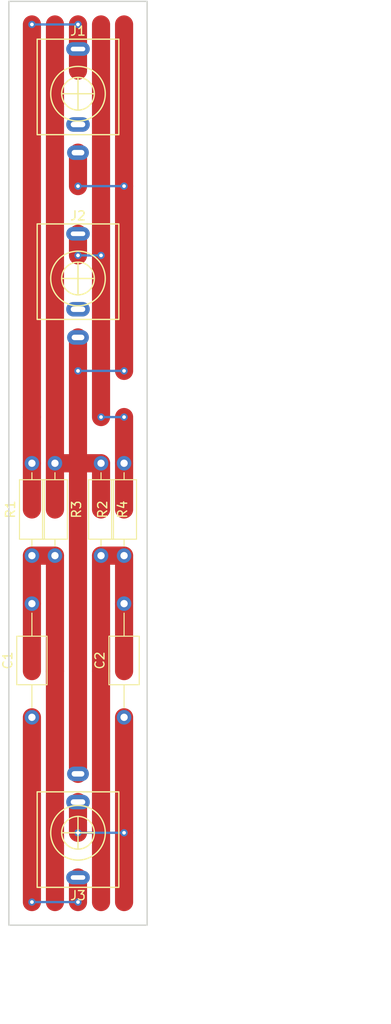
<source format=kicad_pcb>
(kicad_pcb (version 20171130) (host pcbnew "(5.0.0)")

  (general
    (thickness 1.6)
    (drawings 6)
    (tracks 59)
    (zones 0)
    (modules 9)
    (nets 10)
  )

  (page A4)
  (layers
    (0 F.Cu signal)
    (31 B.Cu signal)
    (32 B.Adhes user)
    (33 F.Adhes user)
    (34 B.Paste user)
    (35 F.Paste user)
    (36 B.SilkS user)
    (37 F.SilkS user)
    (38 B.Mask user)
    (39 F.Mask user)
    (40 Dwgs.User user)
    (41 Cmts.User user)
    (42 Eco1.User user)
    (43 Eco2.User user)
    (44 Edge.Cuts user)
    (45 Margin user)
    (46 B.CrtYd user)
    (47 F.CrtYd user)
    (48 B.Fab user)
    (49 F.Fab user)
  )

  (setup
    (last_trace_width 2)
    (user_trace_width 2)
    (trace_clearance 0.2)
    (zone_clearance 0.508)
    (zone_45_only no)
    (trace_min 0.2)
    (segment_width 0.2)
    (edge_width 0.15)
    (via_size 0.8)
    (via_drill 0.4)
    (via_min_size 0.4)
    (via_min_drill 0.3)
    (uvia_size 0.3)
    (uvia_drill 0.1)
    (uvias_allowed no)
    (uvia_min_size 0.2)
    (uvia_min_drill 0.1)
    (pcb_text_width 0.3)
    (pcb_text_size 1.5 1.5)
    (mod_edge_width 0.15)
    (mod_text_size 1 1)
    (mod_text_width 0.15)
    (pad_size 1.524 1.524)
    (pad_drill 0.762)
    (pad_to_mask_clearance 0.2)
    (aux_axis_origin 0 0)
    (visible_elements 7FFFFFFF)
    (pcbplotparams
      (layerselection 0x010fc_ffffffff)
      (usegerberextensions false)
      (usegerberattributes false)
      (usegerberadvancedattributes false)
      (creategerberjobfile false)
      (excludeedgelayer true)
      (linewidth 0.100000)
      (plotframeref false)
      (viasonmask false)
      (mode 1)
      (useauxorigin false)
      (hpglpennumber 1)
      (hpglpenspeed 20)
      (hpglpendiameter 15.000000)
      (psnegative false)
      (psa4output false)
      (plotreference true)
      (plotvalue true)
      (plotinvisibletext false)
      (padsonsilk false)
      (subtractmaskfromsilk false)
      (outputformat 1)
      (mirror false)
      (drillshape 1)
      (scaleselection 1)
      (outputdirectory ""))
  )

  (net 0 "")
  (net 1 "Net-(C1-Pad2)")
  (net 2 "Net-(J1-PadT)")
  (net 3 "Net-(J2-PadT)")
  (net 4 "Net-(C2-Pad2)")
  (net 5 GND)
  (net 6 "Net-(C1-Pad1)")
  (net 7 "Net-(C2-Pad1)")
  (net 8 "Net-(J1-PadTN)")
  (net 9 "Net-(J2-PadTN)")

  (net_class Default "This is the default net class."
    (clearance 0.2)
    (trace_width 0.25)
    (via_dia 0.8)
    (via_drill 0.4)
    (uvia_dia 0.3)
    (uvia_drill 0.1)
    (add_net GND)
    (add_net "Net-(C1-Pad1)")
    (add_net "Net-(C1-Pad2)")
    (add_net "Net-(C2-Pad1)")
    (add_net "Net-(C2-Pad2)")
    (add_net "Net-(J1-PadT)")
    (add_net "Net-(J1-PadTN)")
    (add_net "Net-(J2-PadT)")
    (add_net "Net-(J2-PadTN)")
  )

  (module Local:PJ366ST (layer F.Cu) (tedit 5B6ADA4E) (tstamp 5B8328B1)
    (at 76.2 157.48 180)
    (path /5B6ACF7F)
    (fp_text reference J3 (at 0 -6.9 180) (layer F.SilkS)
      (effects (font (size 1 1) (thickness 0.15)))
    )
    (fp_text value "Line Out" (at 0.03 -3.09 180) (layer F.Fab)
      (effects (font (size 1 1) (thickness 0.15)))
    )
    (fp_circle (center 0 0) (end 1.8 0) (layer F.SilkS) (width 0.15))
    (fp_circle (center 0 0) (end 3 0.2) (layer F.SilkS) (width 0.15))
    (fp_line (start -4.5 -6) (end -4.5 4.5) (layer F.SilkS) (width 0.15))
    (fp_line (start 4.5 -6) (end -4.5 -6) (layer F.SilkS) (width 0.15))
    (fp_line (start 4.5 4.5) (end 4.5 -6) (layer F.SilkS) (width 0.15))
    (fp_line (start -4.5 4.5) (end 4.5 4.5) (layer F.SilkS) (width 0.15))
    (fp_line (start 0 -1.8) (end 0 1.8) (layer F.SilkS) (width 0.15))
    (fp_line (start 1.8 0) (end -1.8 0) (layer F.SilkS) (width 0.15))
    (pad T thru_hole oval (at 0 -4.92 180) (size 2.6 1.5) (drill oval 1.6 0.5) (layers *.Cu *.Mask)
      (net 6 "Net-(C1-Pad1)"))
    (pad S thru_hole oval (at 0 6.48 180) (size 2.4 1.6) (drill oval 1.4 0.6) (layers *.Cu *.Mask)
      (net 5 GND))
    (pad R thru_hole oval (at 0 3.38 180) (size 2.6 1.6) (drill oval 1.6 0.6) (layers *.Cu *.Mask)
      (net 7 "Net-(C2-Pad1)"))
  )

  (module Local:PJ398SM (layer F.Cu) (tedit 5B6AD771) (tstamp 5B8326D1)
    (at 76.2 96.52)
    (path /5B6AE096)
    (fp_text reference J2 (at 0 -6.9) (layer F.SilkS)
      (effects (font (size 1 1) (thickness 0.15)))
    )
    (fp_text value Right (at 0.03 -3.09) (layer F.Fab)
      (effects (font (size 1 1) (thickness 0.15)))
    )
    (fp_circle (center 0 0) (end 1.8 0) (layer F.SilkS) (width 0.15))
    (fp_circle (center 0 0) (end 3 0.2) (layer F.SilkS) (width 0.15))
    (fp_line (start -4.5 -6) (end -4.5 4.5) (layer F.SilkS) (width 0.15))
    (fp_line (start 4.5 -6) (end -4.5 -6) (layer F.SilkS) (width 0.15))
    (fp_line (start 4.5 4.5) (end 4.5 -6) (layer F.SilkS) (width 0.15))
    (fp_line (start -4.5 4.5) (end 4.5 4.5) (layer F.SilkS) (width 0.15))
    (fp_line (start 0 -1.8) (end 0 1.8) (layer F.SilkS) (width 0.15))
    (fp_line (start 1.8 0) (end -1.8 0) (layer F.SilkS) (width 0.15))
    (pad T thru_hole oval (at 0 -4.92) (size 2.6 1.5) (drill oval 1.6 0.5) (layers *.Cu *.Mask)
      (net 3 "Net-(J2-PadT)"))
    (pad S thru_hole oval (at 0 6.48) (size 2.4 1.6) (drill oval 1.4 0.6) (layers *.Cu *.Mask)
      (net 5 GND))
    (pad TN thru_hole oval (at 0 3.38) (size 2.6 1.6) (drill oval 1.6 0.6) (layers *.Cu *.Mask)
      (net 9 "Net-(J2-PadTN)"))
  )

  (module Local:PJ398SM locked (layer F.Cu) (tedit 5B6AD771) (tstamp 5B8326FB)
    (at 76.2 76.2)
    (path /5B6ACE65)
    (fp_text reference J1 (at 0 -6.9) (layer F.SilkS)
      (effects (font (size 1 1) (thickness 0.15)))
    )
    (fp_text value Left (at 0.03 -3.09) (layer F.Fab)
      (effects (font (size 1 1) (thickness 0.15)))
    )
    (fp_line (start 1.8 0) (end -1.8 0) (layer F.SilkS) (width 0.15))
    (fp_line (start 0 -1.8) (end 0 1.8) (layer F.SilkS) (width 0.15))
    (fp_line (start -4.5 4.5) (end 4.5 4.5) (layer F.SilkS) (width 0.15))
    (fp_line (start 4.5 4.5) (end 4.5 -6) (layer F.SilkS) (width 0.15))
    (fp_line (start 4.5 -6) (end -4.5 -6) (layer F.SilkS) (width 0.15))
    (fp_line (start -4.5 -6) (end -4.5 4.5) (layer F.SilkS) (width 0.15))
    (fp_circle (center 0 0) (end 3 0.2) (layer F.SilkS) (width 0.15))
    (fp_circle (center 0 0) (end 1.8 0) (layer F.SilkS) (width 0.15))
    (pad TN thru_hole oval (at 0 3.38) (size 2.6 1.6) (drill oval 1.6 0.6) (layers *.Cu *.Mask)
      (net 8 "Net-(J1-PadTN)"))
    (pad S thru_hole oval (at 0 6.48) (size 2.4 1.6) (drill oval 1.4 0.6) (layers *.Cu *.Mask)
      (net 5 GND))
    (pad T thru_hole oval (at 0 -4.92) (size 2.6 1.5) (drill oval 1.6 0.5) (layers *.Cu *.Mask)
      (net 2 "Net-(J1-PadT)"))
  )

  (module Capacitor_THT:C_Axial_L5.1mm_D3.1mm_P12.50mm_Horizontal (layer F.Cu) (tedit 5AE50EF0) (tstamp 5B832877)
    (at 81.28 144.78 90)
    (descr "C, Axial series, Axial, Horizontal, pin pitch=12.5mm, , length*diameter=5.1*3.1mm^2, http://www.vishay.com/docs/45231/arseries.pdf")
    (tags "C Axial series Axial Horizontal pin pitch 12.5mm  length 5.1mm diameter 3.1mm")
    (path /5B6AE0A5)
    (fp_text reference C2 (at 6.25 -2.67 90) (layer F.SilkS)
      (effects (font (size 1 1) (thickness 0.15)))
    )
    (fp_text value 1u (at 6.25 2.67 90) (layer F.Fab)
      (effects (font (size 1 1) (thickness 0.15)))
    )
    (fp_text user %R (at 6.25 0 90) (layer F.Fab)
      (effects (font (size 1 1) (thickness 0.15)))
    )
    (fp_line (start 13.55 -1.8) (end -1.05 -1.8) (layer F.CrtYd) (width 0.05))
    (fp_line (start 13.55 1.8) (end 13.55 -1.8) (layer F.CrtYd) (width 0.05))
    (fp_line (start -1.05 1.8) (end 13.55 1.8) (layer F.CrtYd) (width 0.05))
    (fp_line (start -1.05 -1.8) (end -1.05 1.8) (layer F.CrtYd) (width 0.05))
    (fp_line (start 11.46 0) (end 8.92 0) (layer F.SilkS) (width 0.12))
    (fp_line (start 1.04 0) (end 3.58 0) (layer F.SilkS) (width 0.12))
    (fp_line (start 8.92 -1.67) (end 3.58 -1.67) (layer F.SilkS) (width 0.12))
    (fp_line (start 8.92 1.67) (end 8.92 -1.67) (layer F.SilkS) (width 0.12))
    (fp_line (start 3.58 1.67) (end 8.92 1.67) (layer F.SilkS) (width 0.12))
    (fp_line (start 3.58 -1.67) (end 3.58 1.67) (layer F.SilkS) (width 0.12))
    (fp_line (start 12.5 0) (end 8.8 0) (layer F.Fab) (width 0.1))
    (fp_line (start 0 0) (end 3.7 0) (layer F.Fab) (width 0.1))
    (fp_line (start 8.8 -1.55) (end 3.7 -1.55) (layer F.Fab) (width 0.1))
    (fp_line (start 8.8 1.55) (end 8.8 -1.55) (layer F.Fab) (width 0.1))
    (fp_line (start 3.7 1.55) (end 8.8 1.55) (layer F.Fab) (width 0.1))
    (fp_line (start 3.7 -1.55) (end 3.7 1.55) (layer F.Fab) (width 0.1))
    (pad 2 thru_hole oval (at 12.5 0 90) (size 1.6 1.6) (drill 0.8) (layers *.Cu *.Mask)
      (net 4 "Net-(C2-Pad2)"))
    (pad 1 thru_hole circle (at 0 0 90) (size 1.6 1.6) (drill 0.8) (layers *.Cu *.Mask)
      (net 7 "Net-(C2-Pad1)"))
    (model ${KISYS3DMOD}/Capacitor_THT.3dshapes/C_Axial_L5.1mm_D3.1mm_P12.50mm_Horizontal.wrl
      (at (xyz 0 0 0))
      (scale (xyz 1 1 1))
      (rotate (xyz 0 0 0))
    )
  )

  (module Capacitor_THT:C_Axial_L5.1mm_D3.1mm_P12.50mm_Horizontal (layer F.Cu) (tedit 5AE50EF0) (tstamp 5B832835)
    (at 71.12 144.78 90)
    (descr "C, Axial series, Axial, Horizontal, pin pitch=12.5mm, , length*diameter=5.1*3.1mm^2, http://www.vishay.com/docs/45231/arseries.pdf")
    (tags "C Axial series Axial Horizontal pin pitch 12.5mm  length 5.1mm diameter 3.1mm")
    (path /5B6AD2E0)
    (fp_text reference C1 (at 6.25 -2.67 90) (layer F.SilkS)
      (effects (font (size 1 1) (thickness 0.15)))
    )
    (fp_text value 1u (at 6.25 2.67 90) (layer F.Fab)
      (effects (font (size 1 1) (thickness 0.15)))
    )
    (fp_line (start 3.7 -1.55) (end 3.7 1.55) (layer F.Fab) (width 0.1))
    (fp_line (start 3.7 1.55) (end 8.8 1.55) (layer F.Fab) (width 0.1))
    (fp_line (start 8.8 1.55) (end 8.8 -1.55) (layer F.Fab) (width 0.1))
    (fp_line (start 8.8 -1.55) (end 3.7 -1.55) (layer F.Fab) (width 0.1))
    (fp_line (start 0 0) (end 3.7 0) (layer F.Fab) (width 0.1))
    (fp_line (start 12.5 0) (end 8.8 0) (layer F.Fab) (width 0.1))
    (fp_line (start 3.58 -1.67) (end 3.58 1.67) (layer F.SilkS) (width 0.12))
    (fp_line (start 3.58 1.67) (end 8.92 1.67) (layer F.SilkS) (width 0.12))
    (fp_line (start 8.92 1.67) (end 8.92 -1.67) (layer F.SilkS) (width 0.12))
    (fp_line (start 8.92 -1.67) (end 3.58 -1.67) (layer F.SilkS) (width 0.12))
    (fp_line (start 1.04 0) (end 3.58 0) (layer F.SilkS) (width 0.12))
    (fp_line (start 11.46 0) (end 8.92 0) (layer F.SilkS) (width 0.12))
    (fp_line (start -1.05 -1.8) (end -1.05 1.8) (layer F.CrtYd) (width 0.05))
    (fp_line (start -1.05 1.8) (end 13.55 1.8) (layer F.CrtYd) (width 0.05))
    (fp_line (start 13.55 1.8) (end 13.55 -1.8) (layer F.CrtYd) (width 0.05))
    (fp_line (start 13.55 -1.8) (end -1.05 -1.8) (layer F.CrtYd) (width 0.05))
    (fp_text user %R (at 6.25 0 90) (layer F.Fab)
      (effects (font (size 1 1) (thickness 0.15)))
    )
    (pad 1 thru_hole circle (at 0 0 90) (size 1.6 1.6) (drill 0.8) (layers *.Cu *.Mask)
      (net 6 "Net-(C1-Pad1)"))
    (pad 2 thru_hole oval (at 12.5 0 90) (size 1.6 1.6) (drill 0.8) (layers *.Cu *.Mask)
      (net 1 "Net-(C1-Pad2)"))
    (model ${KISYS3DMOD}/Capacitor_THT.3dshapes/C_Axial_L5.1mm_D3.1mm_P12.50mm_Horizontal.wrl
      (at (xyz 0 0 0))
      (scale (xyz 1 1 1))
      (rotate (xyz 0 0 0))
    )
  )

  (module Resistor_THT:R_Axial_DIN0207_L6.3mm_D2.5mm_P10.16mm_Horizontal (layer F.Cu) (tedit 5AE5139B) (tstamp 5B8327F3)
    (at 78.74 116.84 270)
    (descr "Resistor, Axial_DIN0207 series, Axial, Horizontal, pin pitch=10.16mm, 0.25W = 1/4W, length*diameter=6.3*2.5mm^2, http://cdn-reichelt.de/documents/datenblatt/B400/1_4W%23YAG.pdf")
    (tags "Resistor Axial_DIN0207 series Axial Horizontal pin pitch 10.16mm 0.25W = 1/4W length 6.3mm diameter 2.5mm")
    (path /5B6AE0B3)
    (fp_text reference R4 (at 5.08 -2.37 270) (layer F.SilkS)
      (effects (font (size 1 1) (thickness 0.15)))
    )
    (fp_text value 1k (at 5.08 2.37 270) (layer F.Fab)
      (effects (font (size 1 1) (thickness 0.15)))
    )
    (fp_text user %R (at 5.08 0 270) (layer F.Fab)
      (effects (font (size 1 1) (thickness 0.15)))
    )
    (fp_line (start 11.21 -1.5) (end -1.05 -1.5) (layer F.CrtYd) (width 0.05))
    (fp_line (start 11.21 1.5) (end 11.21 -1.5) (layer F.CrtYd) (width 0.05))
    (fp_line (start -1.05 1.5) (end 11.21 1.5) (layer F.CrtYd) (width 0.05))
    (fp_line (start -1.05 -1.5) (end -1.05 1.5) (layer F.CrtYd) (width 0.05))
    (fp_line (start 9.12 0) (end 8.35 0) (layer F.SilkS) (width 0.12))
    (fp_line (start 1.04 0) (end 1.81 0) (layer F.SilkS) (width 0.12))
    (fp_line (start 8.35 -1.37) (end 1.81 -1.37) (layer F.SilkS) (width 0.12))
    (fp_line (start 8.35 1.37) (end 8.35 -1.37) (layer F.SilkS) (width 0.12))
    (fp_line (start 1.81 1.37) (end 8.35 1.37) (layer F.SilkS) (width 0.12))
    (fp_line (start 1.81 -1.37) (end 1.81 1.37) (layer F.SilkS) (width 0.12))
    (fp_line (start 10.16 0) (end 8.23 0) (layer F.Fab) (width 0.1))
    (fp_line (start 0 0) (end 1.93 0) (layer F.Fab) (width 0.1))
    (fp_line (start 8.23 -1.25) (end 1.93 -1.25) (layer F.Fab) (width 0.1))
    (fp_line (start 8.23 1.25) (end 8.23 -1.25) (layer F.Fab) (width 0.1))
    (fp_line (start 1.93 1.25) (end 8.23 1.25) (layer F.Fab) (width 0.1))
    (fp_line (start 1.93 -1.25) (end 1.93 1.25) (layer F.Fab) (width 0.1))
    (pad 2 thru_hole oval (at 10.16 0 270) (size 1.6 1.6) (drill 0.8) (layers *.Cu *.Mask)
      (net 4 "Net-(C2-Pad2)"))
    (pad 1 thru_hole circle (at 0 0 270) (size 1.6 1.6) (drill 0.8) (layers *.Cu *.Mask)
      (net 5 GND))
    (model ${KISYS3DMOD}/Resistor_THT.3dshapes/R_Axial_DIN0207_L6.3mm_D2.5mm_P10.16mm_Horizontal.wrl
      (at (xyz 0 0 0))
      (scale (xyz 1 1 1))
      (rotate (xyz 0 0 0))
    )
  )

  (module Resistor_THT:R_Axial_DIN0207_L6.3mm_D2.5mm_P10.16mm_Horizontal (layer F.Cu) (tedit 5AE5139B) (tstamp 5B8327B1)
    (at 73.66 116.84 270)
    (descr "Resistor, Axial_DIN0207 series, Axial, Horizontal, pin pitch=10.16mm, 0.25W = 1/4W, length*diameter=6.3*2.5mm^2, http://cdn-reichelt.de/documents/datenblatt/B400/1_4W%23YAG.pdf")
    (tags "Resistor Axial_DIN0207 series Axial Horizontal pin pitch 10.16mm 0.25W = 1/4W length 6.3mm diameter 2.5mm")
    (path /5B6AD480)
    (fp_text reference R3 (at 5.08 -2.37 270) (layer F.SilkS)
      (effects (font (size 1 1) (thickness 0.15)))
    )
    (fp_text value 1k (at 5.08 2.37 270) (layer F.Fab)
      (effects (font (size 1 1) (thickness 0.15)))
    )
    (fp_line (start 1.93 -1.25) (end 1.93 1.25) (layer F.Fab) (width 0.1))
    (fp_line (start 1.93 1.25) (end 8.23 1.25) (layer F.Fab) (width 0.1))
    (fp_line (start 8.23 1.25) (end 8.23 -1.25) (layer F.Fab) (width 0.1))
    (fp_line (start 8.23 -1.25) (end 1.93 -1.25) (layer F.Fab) (width 0.1))
    (fp_line (start 0 0) (end 1.93 0) (layer F.Fab) (width 0.1))
    (fp_line (start 10.16 0) (end 8.23 0) (layer F.Fab) (width 0.1))
    (fp_line (start 1.81 -1.37) (end 1.81 1.37) (layer F.SilkS) (width 0.12))
    (fp_line (start 1.81 1.37) (end 8.35 1.37) (layer F.SilkS) (width 0.12))
    (fp_line (start 8.35 1.37) (end 8.35 -1.37) (layer F.SilkS) (width 0.12))
    (fp_line (start 8.35 -1.37) (end 1.81 -1.37) (layer F.SilkS) (width 0.12))
    (fp_line (start 1.04 0) (end 1.81 0) (layer F.SilkS) (width 0.12))
    (fp_line (start 9.12 0) (end 8.35 0) (layer F.SilkS) (width 0.12))
    (fp_line (start -1.05 -1.5) (end -1.05 1.5) (layer F.CrtYd) (width 0.05))
    (fp_line (start -1.05 1.5) (end 11.21 1.5) (layer F.CrtYd) (width 0.05))
    (fp_line (start 11.21 1.5) (end 11.21 -1.5) (layer F.CrtYd) (width 0.05))
    (fp_line (start 11.21 -1.5) (end -1.05 -1.5) (layer F.CrtYd) (width 0.05))
    (fp_text user %R (at 5.08 0 270) (layer F.Fab)
      (effects (font (size 1 1) (thickness 0.15)))
    )
    (pad 1 thru_hole circle (at 0 0 270) (size 1.6 1.6) (drill 0.8) (layers *.Cu *.Mask)
      (net 5 GND))
    (pad 2 thru_hole oval (at 10.16 0 270) (size 1.6 1.6) (drill 0.8) (layers *.Cu *.Mask)
      (net 1 "Net-(C1-Pad2)"))
    (model ${KISYS3DMOD}/Resistor_THT.3dshapes/R_Axial_DIN0207_L6.3mm_D2.5mm_P10.16mm_Horizontal.wrl
      (at (xyz 0 0 0))
      (scale (xyz 1 1 1))
      (rotate (xyz 0 0 0))
    )
  )

  (module Resistor_THT:R_Axial_DIN0207_L6.3mm_D2.5mm_P10.16mm_Horizontal (layer F.Cu) (tedit 5AE5139B) (tstamp 5B83276F)
    (at 81.28 127 90)
    (descr "Resistor, Axial_DIN0207 series, Axial, Horizontal, pin pitch=10.16mm, 0.25W = 1/4W, length*diameter=6.3*2.5mm^2, http://cdn-reichelt.de/documents/datenblatt/B400/1_4W%23YAG.pdf")
    (tags "Resistor Axial_DIN0207 series Axial Horizontal pin pitch 10.16mm 0.25W = 1/4W length 6.3mm diameter 2.5mm")
    (path /5B6AE0AC)
    (fp_text reference R2 (at 5.08 -2.37 90) (layer F.SilkS)
      (effects (font (size 1 1) (thickness 0.15)))
    )
    (fp_text value 10k (at 5.08 2.37 90) (layer F.Fab)
      (effects (font (size 1 1) (thickness 0.15)))
    )
    (fp_text user %R (at 5.08 0 90) (layer F.Fab)
      (effects (font (size 1 1) (thickness 0.15)))
    )
    (fp_line (start 11.21 -1.5) (end -1.05 -1.5) (layer F.CrtYd) (width 0.05))
    (fp_line (start 11.21 1.5) (end 11.21 -1.5) (layer F.CrtYd) (width 0.05))
    (fp_line (start -1.05 1.5) (end 11.21 1.5) (layer F.CrtYd) (width 0.05))
    (fp_line (start -1.05 -1.5) (end -1.05 1.5) (layer F.CrtYd) (width 0.05))
    (fp_line (start 9.12 0) (end 8.35 0) (layer F.SilkS) (width 0.12))
    (fp_line (start 1.04 0) (end 1.81 0) (layer F.SilkS) (width 0.12))
    (fp_line (start 8.35 -1.37) (end 1.81 -1.37) (layer F.SilkS) (width 0.12))
    (fp_line (start 8.35 1.37) (end 8.35 -1.37) (layer F.SilkS) (width 0.12))
    (fp_line (start 1.81 1.37) (end 8.35 1.37) (layer F.SilkS) (width 0.12))
    (fp_line (start 1.81 -1.37) (end 1.81 1.37) (layer F.SilkS) (width 0.12))
    (fp_line (start 10.16 0) (end 8.23 0) (layer F.Fab) (width 0.1))
    (fp_line (start 0 0) (end 1.93 0) (layer F.Fab) (width 0.1))
    (fp_line (start 8.23 -1.25) (end 1.93 -1.25) (layer F.Fab) (width 0.1))
    (fp_line (start 8.23 1.25) (end 8.23 -1.25) (layer F.Fab) (width 0.1))
    (fp_line (start 1.93 1.25) (end 8.23 1.25) (layer F.Fab) (width 0.1))
    (fp_line (start 1.93 -1.25) (end 1.93 1.25) (layer F.Fab) (width 0.1))
    (pad 2 thru_hole oval (at 10.16 0 90) (size 1.6 1.6) (drill 0.8) (layers *.Cu *.Mask)
      (net 3 "Net-(J2-PadT)"))
    (pad 1 thru_hole circle (at 0 0 90) (size 1.6 1.6) (drill 0.8) (layers *.Cu *.Mask)
      (net 4 "Net-(C2-Pad2)"))
    (model ${KISYS3DMOD}/Resistor_THT.3dshapes/R_Axial_DIN0207_L6.3mm_D2.5mm_P10.16mm_Horizontal.wrl
      (at (xyz 0 0 0))
      (scale (xyz 1 1 1))
      (rotate (xyz 0 0 0))
    )
  )

  (module Resistor_THT:R_Axial_DIN0207_L6.3mm_D2.5mm_P10.16mm_Horizontal (layer F.Cu) (tedit 5AE5139B) (tstamp 5B83272D)
    (at 71.12 127 90)
    (descr "Resistor, Axial_DIN0207 series, Axial, Horizontal, pin pitch=10.16mm, 0.25W = 1/4W, length*diameter=6.3*2.5mm^2, http://cdn-reichelt.de/documents/datenblatt/B400/1_4W%23YAG.pdf")
    (tags "Resistor Axial_DIN0207 series Axial Horizontal pin pitch 10.16mm 0.25W = 1/4W length 6.3mm diameter 2.5mm")
    (path /5B6AD401)
    (fp_text reference R1 (at 5.08 -2.37 90) (layer F.SilkS)
      (effects (font (size 1 1) (thickness 0.15)))
    )
    (fp_text value 10k (at 5.08 2.37 90) (layer F.Fab)
      (effects (font (size 1 1) (thickness 0.15)))
    )
    (fp_line (start 1.93 -1.25) (end 1.93 1.25) (layer F.Fab) (width 0.1))
    (fp_line (start 1.93 1.25) (end 8.23 1.25) (layer F.Fab) (width 0.1))
    (fp_line (start 8.23 1.25) (end 8.23 -1.25) (layer F.Fab) (width 0.1))
    (fp_line (start 8.23 -1.25) (end 1.93 -1.25) (layer F.Fab) (width 0.1))
    (fp_line (start 0 0) (end 1.93 0) (layer F.Fab) (width 0.1))
    (fp_line (start 10.16 0) (end 8.23 0) (layer F.Fab) (width 0.1))
    (fp_line (start 1.81 -1.37) (end 1.81 1.37) (layer F.SilkS) (width 0.12))
    (fp_line (start 1.81 1.37) (end 8.35 1.37) (layer F.SilkS) (width 0.12))
    (fp_line (start 8.35 1.37) (end 8.35 -1.37) (layer F.SilkS) (width 0.12))
    (fp_line (start 8.35 -1.37) (end 1.81 -1.37) (layer F.SilkS) (width 0.12))
    (fp_line (start 1.04 0) (end 1.81 0) (layer F.SilkS) (width 0.12))
    (fp_line (start 9.12 0) (end 8.35 0) (layer F.SilkS) (width 0.12))
    (fp_line (start -1.05 -1.5) (end -1.05 1.5) (layer F.CrtYd) (width 0.05))
    (fp_line (start -1.05 1.5) (end 11.21 1.5) (layer F.CrtYd) (width 0.05))
    (fp_line (start 11.21 1.5) (end 11.21 -1.5) (layer F.CrtYd) (width 0.05))
    (fp_line (start 11.21 -1.5) (end -1.05 -1.5) (layer F.CrtYd) (width 0.05))
    (fp_text user %R (at 5.08 0 90) (layer F.Fab)
      (effects (font (size 1 1) (thickness 0.15)))
    )
    (pad 1 thru_hole circle (at 0 0 90) (size 1.6 1.6) (drill 0.8) (layers *.Cu *.Mask)
      (net 1 "Net-(C1-Pad2)"))
    (pad 2 thru_hole oval (at 10.16 0 90) (size 1.6 1.6) (drill 0.8) (layers *.Cu *.Mask)
      (net 2 "Net-(J1-PadT)"))
    (model ${KISYS3DMOD}/Resistor_THT.3dshapes/R_Axial_DIN0207_L6.3mm_D2.5mm_P10.16mm_Horizontal.wrl
      (at (xyz 0 0 0))
      (scale (xyz 1 1 1))
      (rotate (xyz 0 0 0))
    )
  )

  (dimension 15.24 (width 0.3) (layer Dwgs.User)
    (gr_text "15.240 mm" (at 76.2 179.9) (layer Dwgs.User)
      (effects (font (size 1.5 1.5) (thickness 0.3)))
    )
    (feature1 (pts (xy 83.82 167.64) (xy 83.82 178.386421)))
    (feature2 (pts (xy 68.58 167.64) (xy 68.58 178.386421)))
    (crossbar (pts (xy 68.58 177.8) (xy 83.82 177.8)))
    (arrow1a (pts (xy 83.82 177.8) (xy 82.693496 178.386421)))
    (arrow1b (pts (xy 83.82 177.8) (xy 82.693496 177.213579)))
    (arrow2a (pts (xy 68.58 177.8) (xy 69.706504 178.386421)))
    (arrow2b (pts (xy 68.58 177.8) (xy 69.706504 177.213579)))
  )
  (dimension 101.6 (width 0.3) (layer Dwgs.User)
    (gr_text "101.600 mm" (at 108.78 116.84 270) (layer Dwgs.User)
      (effects (font (size 1.5 1.5) (thickness 0.3)))
    )
    (feature1 (pts (xy 83.82 167.64) (xy 107.266421 167.64)))
    (feature2 (pts (xy 83.82 66.04) (xy 107.266421 66.04)))
    (crossbar (pts (xy 106.68 66.04) (xy 106.68 167.64)))
    (arrow1a (pts (xy 106.68 167.64) (xy 106.093579 166.513496)))
    (arrow1b (pts (xy 106.68 167.64) (xy 107.266421 166.513496)))
    (arrow2a (pts (xy 106.68 66.04) (xy 106.093579 67.166504)))
    (arrow2b (pts (xy 106.68 66.04) (xy 107.266421 67.166504)))
  )
  (gr_line (start 68.58 66.04) (end 83.82 66.04) (layer Edge.Cuts) (width 0.15))
  (gr_line (start 68.58 167.64) (end 68.58 66.04) (layer Edge.Cuts) (width 0.15))
  (gr_line (start 83.82 167.64) (end 68.58 167.64) (layer Edge.Cuts) (width 0.15))
  (gr_line (start 83.82 66.04) (end 83.82 167.64) (layer Edge.Cuts) (width 0.15))

  (segment (start 71.12 127) (end 71.12 132.28) (width 2) (layer F.Cu) (net 1))
  (segment (start 71.12 127) (end 73.66 127) (width 2) (layer F.Cu) (net 1))
  (segment (start 71.12 132.28) (end 71.12 139.7) (width 2) (layer F.Cu) (net 1))
  (segment (start 73.66 139.7) (end 73.66 127) (width 2) (layer F.Cu) (net 1))
  (segment (start 73.66 165.1) (end 73.66 139.7) (width 2) (layer F.Cu) (net 1))
  (segment (start 71.12 111.76) (end 71.12 68.58) (width 2) (layer F.Cu) (net 2))
  (via (at 71.12 68.58) (size 0.8) (drill 0.4) (layers F.Cu B.Cu) (net 2))
  (segment (start 76.2 71.28) (end 76.2 68.58) (width 2) (layer F.Cu) (net 2))
  (via (at 76.2 68.58) (size 0.8) (drill 0.4) (layers F.Cu B.Cu) (net 2))
  (segment (start 76.2 68.58) (end 71.12 68.58) (width 0.25) (layer B.Cu) (net 2))
  (segment (start 71.12 111.76) (end 71.12 116.84) (width 2) (layer F.Cu) (net 2))
  (segment (start 71.12 116.84) (end 71.12 121.92) (width 2) (layer F.Cu) (net 2))
  (segment (start 76.2 68.58) (end 76.2 73.66) (width 2) (layer F.Cu) (net 2))
  (segment (start 76.2 91.6) (end 76.2 93.98) (width 2) (layer F.Cu) (net 3))
  (via (at 76.2 93.98) (size 0.8) (drill 0.4) (layers F.Cu B.Cu) (net 3))
  (via (at 78.74 93.98) (size 0.8) (drill 0.4) (layers F.Cu B.Cu) (net 3))
  (segment (start 76.2 93.98) (end 78.74 93.98) (width 0.25) (layer B.Cu) (net 3))
  (segment (start 78.74 93.98) (end 78.74 111.76) (width 2) (layer F.Cu) (net 3))
  (via (at 78.74 111.76) (size 0.8) (drill 0.4) (layers F.Cu B.Cu) (net 3))
  (via (at 81.28 111.76) (size 0.8) (drill 0.4) (layers F.Cu B.Cu) (net 3))
  (segment (start 81.28 116.84) (end 81.28 111.76) (width 2) (layer F.Cu) (net 3))
  (segment (start 81.28 111.76) (end 78.74 111.76) (width 0.25) (layer B.Cu) (net 3))
  (segment (start 78.74 93.98) (end 78.74 68.58) (width 2) (layer F.Cu) (net 3))
  (segment (start 81.28 116.84) (end 81.28 121.92) (width 2) (layer F.Cu) (net 3))
  (segment (start 81.28 127) (end 81.28 132.28) (width 2) (layer F.Cu) (net 4))
  (segment (start 81.28 127) (end 78.74 127) (width 2) (layer F.Cu) (net 4))
  (segment (start 81.28 132.28) (end 81.28 139.7) (width 2) (layer F.Cu) (net 4))
  (segment (start 78.74 127) (end 78.74 139.7) (width 2) (layer F.Cu) (net 4))
  (segment (start 78.74 139.7) (end 78.74 165.1) (width 2) (layer F.Cu) (net 4))
  (segment (start 76.2 82.68) (end 76.2 86.36) (width 2) (layer F.Cu) (net 5))
  (segment (start 73.66 116.84) (end 76.2 116.84) (width 2) (layer F.Cu) (net 5))
  (segment (start 76.2 111.76) (end 76.2 151) (width 2) (layer F.Cu) (net 5))
  (segment (start 78.74 116.84) (end 76.2 116.84) (width 2) (layer F.Cu) (net 5))
  (via (at 76.2 106.68) (size 0.8) (drill 0.4) (layers F.Cu B.Cu) (net 5))
  (segment (start 76.2 106.68) (end 76.2 111.76) (width 2) (layer F.Cu) (net 5))
  (segment (start 76.2 103) (end 76.2 106.68) (width 2) (layer F.Cu) (net 5))
  (via (at 76.2 86.36) (size 0.8) (drill 0.4) (layers F.Cu B.Cu) (net 5))
  (via (at 81.28 86.36) (size 0.8) (drill 0.4) (layers F.Cu B.Cu) (net 5))
  (segment (start 76.2 86.36) (end 81.28 86.36) (width 0.25) (layer B.Cu) (net 5))
  (via (at 76.2 106.68) (size 0.8) (drill 0.4) (layers F.Cu B.Cu) (net 5))
  (via (at 76.2 106.68) (size 0.8) (drill 0.4) (layers F.Cu B.Cu) (net 5))
  (via (at 81.28 106.68) (size 0.8) (drill 0.4) (layers F.Cu B.Cu) (net 5))
  (segment (start 76.2 106.68) (end 81.28 106.68) (width 0.25) (layer B.Cu) (net 5))
  (segment (start 81.28 86.36) (end 81.28 106.68) (width 2) (layer F.Cu) (net 5))
  (segment (start 73.66 116.84) (end 73.66 121.92) (width 2) (layer F.Cu) (net 5))
  (segment (start 73.66 121.92) (end 73.66 68.58) (width 2) (layer F.Cu) (net 5))
  (segment (start 81.28 86.36) (end 81.28 68.58) (width 2) (layer F.Cu) (net 5))
  (segment (start 78.74 116.84) (end 78.74 121.92) (width 2) (layer F.Cu) (net 5))
  (segment (start 71.12 144.78) (end 71.12 165.1) (width 2) (layer F.Cu) (net 6))
  (segment (start 76.2 162.4) (end 76.2 165.1) (width 2) (layer F.Cu) (net 6))
  (via (at 76.2 165.1) (size 0.8) (drill 0.4) (layers F.Cu B.Cu) (net 6))
  (via (at 71.12 165.1) (size 0.8) (drill 0.4) (layers F.Cu B.Cu) (net 6))
  (segment (start 76.2 165.1) (end 71.12 165.1) (width 0.25) (layer B.Cu) (net 6))
  (segment (start 81.28 144.78) (end 81.28 157.48) (width 2) (layer F.Cu) (net 7))
  (via (at 81.28 157.48) (size 0.8) (drill 0.4) (layers F.Cu B.Cu) (net 7))
  (segment (start 76.2 154.1) (end 76.2 157.48) (width 2) (layer F.Cu) (net 7))
  (via (at 76.2 157.48) (size 0.8) (drill 0.4) (layers F.Cu B.Cu) (net 7))
  (segment (start 81.28 157.48) (end 76.2 157.48) (width 0.25) (layer B.Cu) (net 7))
  (segment (start 81.28 157.48) (end 81.28 165.1) (width 2) (layer F.Cu) (net 7))

)

</source>
